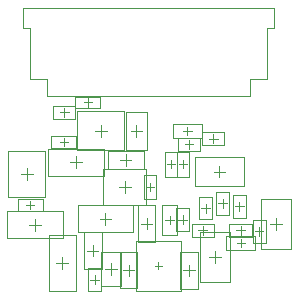
<source format=gbr>
%TF.GenerationSoftware,Altium Limited,Altium Designer,20.1.12 (249)*%
G04 Layer_Color=32768*
%FSLAX45Y45*%
%MOMM*%
%TF.SameCoordinates,27206DED-D720-4121-B7EB-46A740E941A3*%
%TF.FilePolarity,Positive*%
%TF.FileFunction,Other,M15_-_Top_Courtyard*%
%TF.Part,Single*%
G01*
G75*
%TA.AperFunction,NonConductor*%
%ADD82C,0.05000*%
%ADD84C,0.10000*%
%ADD85C,0.01000*%
D82*
X2255000Y2255000D02*
X2315000D01*
Y2425000D01*
X185000D02*
X2315000D01*
X185000Y2255000D02*
Y2425000D01*
Y2255000D02*
X245000D01*
Y1825000D02*
Y2255000D01*
Y1825000D02*
X390000D01*
Y1675000D02*
Y1825000D01*
Y1675000D02*
X2110000D01*
Y1825000D01*
X2255000D01*
Y2255000D01*
X62500Y822500D02*
X372500D01*
X62500Y1215000D02*
X372500D01*
X62500Y822500D02*
Y1215000D01*
X372500Y822500D02*
Y1215000D01*
X217500Y970000D02*
Y1070000D01*
X167500Y1020000D02*
X267500D01*
X645000Y1217500D02*
Y1547500D01*
X1045000Y1217500D02*
Y1547500D01*
X645000D02*
X1045000D01*
X645000Y1217500D02*
X1045000D01*
D84*
X795000Y1382500D02*
X895000D01*
X845000Y1332500D02*
Y1432500D01*
D85*
X1157500Y752500D02*
X1307500D01*
X1157500Y442500D02*
X1307500D01*
Y752500D01*
X1157500Y442500D02*
Y752500D01*
X1232500Y550000D02*
Y645000D01*
X1185000Y597500D02*
X1280000D01*
X1302500Y240000D02*
X1362500D01*
X1332500Y210000D02*
Y270000D01*
X1522500Y30000D02*
Y450000D01*
X1142500Y30000D02*
Y450000D01*
X1522500D01*
X1142500Y30000D02*
X1522500D01*
X880000Y212500D02*
X980000D01*
X930000Y162500D02*
Y262500D01*
X845000Y72500D02*
X1015000D01*
Y352500D01*
X845000D02*
X1015000D01*
X845000Y72500D02*
Y352500D01*
X2202500Y385000D02*
Y805000D01*
X2452500D01*
Y385000D02*
Y805000D01*
X2202500Y385000D02*
X2452500D01*
X2327500Y545000D02*
Y645000D01*
X2277500Y595000D02*
X2377500D01*
X907500Y1060000D02*
Y1210000D01*
X1207499Y1060000D02*
Y1210000D01*
X907500D02*
X1207499D01*
X907500Y1060000D02*
X1207499D01*
X1010000Y1135000D02*
X1105000D01*
X1057500Y1087500D02*
Y1182500D01*
X635001Y1064999D02*
Y1164999D01*
X585000Y1114999D02*
X685000D01*
X400000Y1229999D02*
X870001D01*
X400000Y999999D02*
X870001D01*
X400000D02*
Y1229999D01*
X870001Y999999D02*
Y1229999D01*
X702500Y212500D02*
X852500D01*
X702500Y522500D02*
X852500D01*
X702500Y212500D02*
Y522500D01*
X852500Y212500D02*
Y522500D01*
X777500Y320000D02*
Y415000D01*
X730000Y367500D02*
X825000D01*
X1367500Y752500D02*
X1487500D01*
X1367500Y502500D02*
X1487500D01*
Y752500D01*
X1367500Y502500D02*
Y752500D01*
X1427501Y592500D02*
Y662500D01*
X1392500Y627500D02*
X1462501D01*
X1057500Y1222500D02*
X1237500D01*
Y1542500D01*
X1097500Y1382500D02*
X1197500D01*
X1147500Y1332500D02*
Y1432500D01*
X1057500Y1542500D02*
X1237500D01*
X1057500Y1222500D02*
Y1542500D01*
X1032500Y202500D02*
X1127500D01*
X1080000Y155000D02*
Y250000D01*
X1155000Y52500D02*
Y352500D01*
X1005000Y52500D02*
Y352500D01*
X1155000D01*
X1005000Y52500D02*
X1155000D01*
X1047500Y857502D02*
Y957502D01*
X997503Y907499D02*
X1097503D01*
X867500Y757500D02*
Y1057500D01*
X1227500D01*
Y757500D02*
Y1057500D01*
X867500Y757500D02*
X1227500D01*
X630000Y1482500D02*
Y1592500D01*
X440000D02*
X630000D01*
X440000Y1482500D02*
Y1592500D01*
Y1482500D02*
X630000D01*
X497500Y1537500D02*
X572500D01*
X535000Y1500000D02*
Y1575000D01*
X2125000Y485000D02*
Y595000D01*
X1935000D02*
X2125000D01*
X1935000Y485000D02*
Y595000D01*
Y485000D02*
X2125000D01*
X1992500Y540000D02*
X2067500D01*
X2030000Y502500D02*
Y577500D01*
X1407500Y1100000D02*
X1477500D01*
X1442500Y1064999D02*
Y1135000D01*
X1492500Y995000D02*
Y1205000D01*
X1392500Y995000D02*
Y1205000D01*
X1492500D01*
X1392500Y995000D02*
X1492500D01*
X1507500Y1100000D02*
X1577500D01*
X1542500Y1065000D02*
Y1135000D01*
X1492500Y995000D02*
Y1205000D01*
X1592500Y995000D02*
Y1205000D01*
X1492500Y995000D02*
X1592500D01*
X1492500Y1205000D02*
X1592500D01*
X735000Y1587500D02*
Y1657500D01*
X700000Y1622500D02*
X770000D01*
X630000Y1572500D02*
X840000D01*
X630000Y1672500D02*
X840000D01*
Y1572500D02*
Y1672500D01*
X630000Y1572500D02*
Y1672500D01*
X1230000Y907500D02*
X1300000D01*
X1265000Y872500D02*
Y942500D01*
X1315000Y802500D02*
Y1012500D01*
X1215000Y802500D02*
Y1012500D01*
X1315000D01*
X1215000Y802500D02*
X1315000D01*
X1761983Y314324D02*
X1861983D01*
X1811983Y264324D02*
Y364324D01*
X1686983Y104324D02*
X1936983D01*
Y524324D01*
X1686983D02*
X1936983D01*
X1686983Y104324D02*
Y524324D01*
X1850000Y987500D02*
Y1087500D01*
X1800000Y1037500D02*
X1900000D01*
X2060000Y912500D02*
Y1162500D01*
X1640000D02*
X2060000D01*
X1640000Y912500D02*
Y1162500D01*
Y912500D02*
X2060000D01*
X737500Y27500D02*
X847500D01*
Y217500D01*
X737500D02*
X847500D01*
X737500Y27500D02*
Y217500D01*
X792500Y85000D02*
Y160000D01*
X755000Y122500D02*
X830000D01*
X1497500Y1212500D02*
Y1322500D01*
Y1212500D02*
X1687500D01*
Y1322500D01*
X1497500D02*
X1687500D01*
X1555000Y1267500D02*
X1630000D01*
X1592500Y1230000D02*
Y1305000D01*
X1962501Y837500D02*
X2072500D01*
X1962501Y647500D02*
Y837500D01*
Y647500D02*
X2072500D01*
Y837500D01*
X2017500Y705000D02*
Y780000D01*
X1980000Y742500D02*
X2055000D01*
X1482500Y535000D02*
X1592500D01*
Y725000D01*
X1482500D02*
X1592500D01*
X1482500Y535000D02*
Y725000D01*
X1537500Y592500D02*
Y667500D01*
X1500000Y630000D02*
X1575000D01*
X1892500Y1260000D02*
Y1370000D01*
X1702500D02*
X1892500D01*
X1702500Y1260000D02*
Y1370000D01*
Y1260000D02*
X1892500D01*
X1760000Y1315000D02*
X1835000D01*
X1797500Y1277500D02*
Y1352500D01*
X1677500Y632500D02*
X1787500D01*
Y822500D01*
X1677500D02*
X1787500D01*
X1677500Y632500D02*
Y822500D01*
X1732500Y690000D02*
Y765000D01*
X1695000Y727500D02*
X1770000D01*
X1710000Y502500D02*
Y577500D01*
X1672500Y540000D02*
X1747500D01*
X1615000Y485000D02*
X1805000D01*
X1615000D02*
Y595000D01*
X1805000D01*
Y485000D02*
Y595000D01*
X2130000Y435000D02*
X2240000D01*
Y625000D01*
X2130000D02*
X2240000D01*
X2130000Y435000D02*
Y625000D01*
X2185000Y492500D02*
Y567500D01*
X2147500Y530000D02*
X2222500D01*
X1840000Y767500D02*
X1915000D01*
X1877500Y730000D02*
Y805000D01*
X1932500Y672500D02*
Y862500D01*
X1822501Y672500D02*
X1932500D01*
X1822501D02*
Y862500D01*
X1932500D01*
X532500Y1250000D02*
Y1320000D01*
X497500Y1285000D02*
X567500D01*
X427500Y1335000D02*
X637500D01*
X427500Y1235000D02*
X637500D01*
X427500D02*
Y1335000D01*
X637500Y1235000D02*
Y1335000D01*
X247500Y717500D02*
Y787500D01*
X212500Y752500D02*
X282500D01*
X142500Y802500D02*
X352500D01*
X142500Y702500D02*
X352500D01*
X142500D02*
Y802500D01*
X352500Y702500D02*
Y802500D01*
X405000Y30000D02*
X635000D01*
X405000Y500000D02*
X635000D01*
X405000Y30000D02*
Y500000D01*
X635000Y30000D02*
Y500000D01*
X520000Y215000D02*
Y315000D01*
X470000Y265000D02*
X570000D01*
X522500Y472500D02*
Y702500D01*
X52500Y472500D02*
Y702500D01*
Y472500D02*
X522500D01*
X52500Y702500D02*
X522500D01*
X237500Y587500D02*
X337500D01*
X287500Y537500D02*
Y637500D01*
X1544205Y200759D02*
X1639205D01*
X1591705Y153259D02*
Y248259D01*
X1516705Y45759D02*
Y355759D01*
X1666705Y45759D02*
Y355759D01*
X1516705Y45759D02*
X1666705D01*
X1516705Y355759D02*
X1666705D01*
X2030000Y395000D02*
Y465000D01*
X1995000Y430000D02*
X2065000D01*
X1905000Y370000D02*
X2155000D01*
X1905000Y490000D02*
X2155000D01*
Y370000D02*
Y490000D01*
X1905000Y370000D02*
Y490000D01*
X1579000Y1345000D02*
Y1415000D01*
X1544000Y1380000D02*
X1614000D01*
X1454000Y1440000D02*
X1704000D01*
X1454000Y1320000D02*
X1704000D01*
X1454000D02*
Y1440000D01*
X1704000Y1320000D02*
Y1440000D01*
X1120000Y522500D02*
Y752500D01*
X650000Y522500D02*
Y752500D01*
Y522500D02*
X1120000D01*
X650000Y752500D02*
X1120000D01*
X835000Y637500D02*
X935000D01*
X885000Y587500D02*
Y687500D01*
%TF.MD5,ff62f8c6a04dabfab09074993b15cc00*%
M02*

</source>
